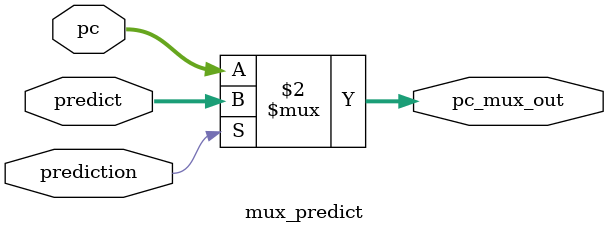
<source format=v>
module mux_predict (input [31:0] pc, predict,
                    input prediction,
                    output [31:0] pc_mux_out);
assign pc_mux_out= (prediction==1'b1)? predict:pc;
endmodule
</source>
